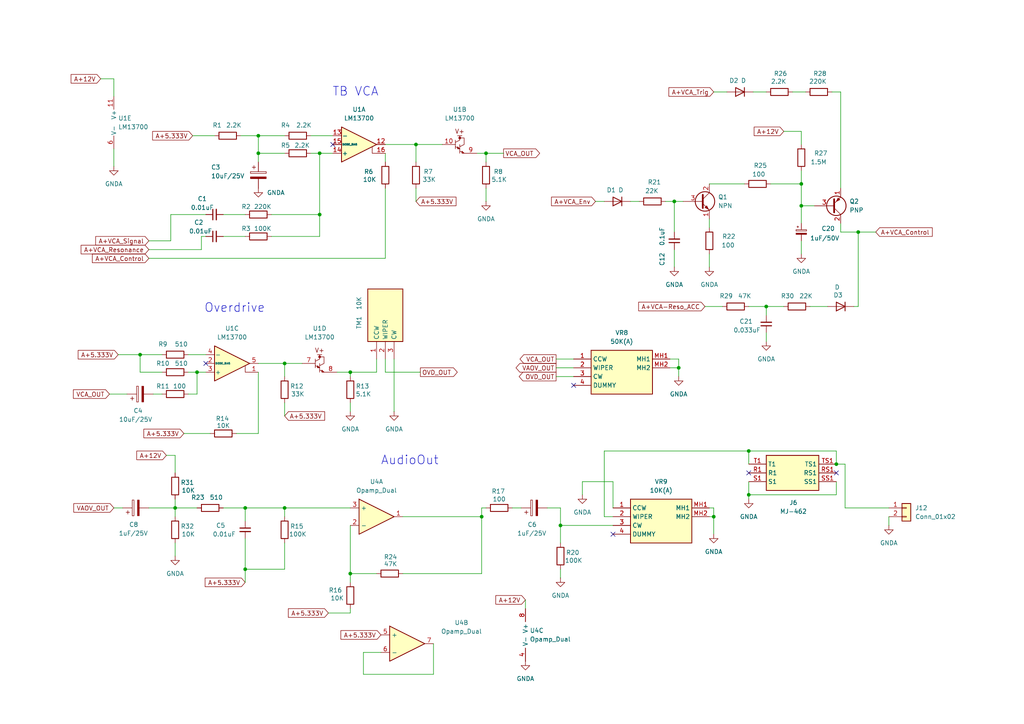
<source format=kicad_sch>
(kicad_sch (version 20231120) (generator "eeschema") (generator_version "8.0")
  (paper "A4")
  (lib_symbols
    (symbol "Amplifier_Operational:LM13700" (pin_names (offset 0.127))
      (property "Reference" "U" (at 3.81 5.08 0))
      (property "Value" "LM13700" (at 5.08 -5.08 0))
      (symbol "LM13700_1_1"
        (polyline (pts (xy 3.81 -0.635) (xy 3.81 -2.54) (xy 5.08 -2.54)))
        (polyline (pts (xy 5.08 0) (xy -5.08 -5.08) (xy -5.08 5.08) (xy 5.08 0)) (stroke (width 0.254)) (fill (type background)))
        (pin output line (at 7.62 0 180) (length 2.54) (name "~") (number "12"))
        (pin input line (at -7.62 2.54 0) (length 2.54) (name "-") (number "13"))
        (pin input line (at -7.62 -2.54 0) (length 2.54) (name "+") (number "14"))
        (pin input line (at -7.62 0 0) (length 2.54) (name "DIODE_BIAS") (number "15"))
        (pin input line (at 7.62 -2.54 180) (length 2.54) (name "~") (number "16"))
      )
      (symbol "LM13700_2_0"
        (polyline (pts (xy -1.905 2.54) (xy -3.175 2.54)))
      )
      (symbol "LM13700_2_1"
        (circle (center -2.54 1.905) (radius 0.254) (stroke (width 0.254)) (fill (type outline)))
        (polyline (pts (xy -3.81 -0.635) (xy -2.54 -1.27)))
        (polyline (pts (xy -3.81 1.27) (xy -3.81 -1.27)))
        (polyline (pts (xy -2.54 -1.905) (xy -1.27 -2.54)))
        (polyline (pts (xy -2.54 0) (xy -2.54 -2.54)))
        (polyline (pts (xy -3.81 0.635) (xy -2.54 1.27) (xy -2.54 1.905) (xy -2.54 2.54)))
        (polyline (pts (xy -2.54 -1.27) (xy -3.175 -0.635) (xy -3.175 -1.27) (xy -2.54 -1.27)) (fill (type outline)))
        (polyline (pts (xy -2.54 -0.635) (xy -1.27 0) (xy -1.27 1.905) (xy -2.54 1.905)))
        (polyline (pts (xy -1.27 -2.54) (xy -1.905 -1.905) (xy -1.905 -2.54) (xy -1.27 -2.54)) (fill (type outline)))
        (text "V+" (at -2.54 3.81 0) (effects (font (size 1.27 1.27))))
        (pin input line (at -7.62 0 0) (length 3.81) (name "~") (number "10"))
        (pin output line (at 2.54 -2.54 180) (length 3.81) (name "~") (number "9"))
      )
      (symbol "LM13700_3_1"
        (polyline (pts (xy 3.81 -0.635) (xy 3.81 -2.54) (xy 5.08 -2.54)))
        (polyline (pts (xy 5.08 0) (xy -5.08 -5.08) (xy -5.08 5.08) (xy 5.08 0)) (stroke (width 0.254)) (fill (type background)))
        (pin input line (at 7.62 -2.54 180) (length 2.54) (name "~") (number "1"))
        (pin input line (at -7.62 0 0) (length 2.54) (name "DIODE_BIAS") (number "2"))
        (pin input line (at -7.62 -2.54 0) (length 2.54) (name "+") (number "3"))
        (pin input line (at -7.62 2.54 0) (length 2.54) (name "-") (number "4"))
        (pin output line (at 7.62 0 180) (length 2.54) (name "~") (number "5"))
      )
      (symbol "LM13700_4_0"
        (polyline (pts (xy -3.175 2.54) (xy -1.905 2.54)))
        (text "V+" (at -2.54 3.81 0) (effects (font (size 1.27 1.27))))
      )
      (symbol "LM13700_4_1"
        (circle (center -2.54 1.905) (radius 0.254) (stroke (width 0.254)) (fill (type outline)))
        (polyline (pts (xy -3.81 -0.635) (xy -2.54 -1.27)))
        (polyline (pts (xy -3.81 1.27) (xy -3.81 -1.27)))
        (polyline (pts (xy -2.54 -1.905) (xy -1.27 -2.54)))
        (polyline (pts (xy -2.54 0) (xy -2.54 -2.54)))
        (polyline (pts (xy -3.81 0.635) (xy -2.54 1.27) (xy -2.54 2.54)))
        (polyline (pts (xy -2.54 -1.27) (xy -3.175 -0.635) (xy -3.175 -1.27) (xy -2.54 -1.27)) (fill (type outline)))
        (polyline (pts (xy -2.54 -0.635) (xy -1.27 0) (xy -1.27 1.905) (xy -2.54 1.905)))
        (polyline (pts (xy -1.27 -2.54) (xy -1.905 -1.905) (xy -1.905 -2.54) (xy -1.27 -2.54)) (fill (type outline)))
        (pin input line (at -7.62 0 0) (length 3.81) (name "~") (number "7"))
        (pin output line (at 2.54 -2.54 180) (length 3.81) (name "~") (number "8"))
      )
      (symbol "LM13700_5_1"
        (pin power_in line (at -2.54 7.62 270) (length 3.81) (name "V+") (number "11"))
        (pin power_in line (at -2.54 -7.62 90) (length 3.81) (name "V-") (number "6"))
      )
    )
    (symbol "Connector_Generic:Conn_01x02" (pin_names (offset 1.016) hide)
      (property "Reference" "J" (at 0 2.54 0))
      (property "Value" "Conn_01x02" (at 0 -5.08 0))
      (symbol "Conn_01x02_1_1"
        (rectangle (start -1.27 -2.413) (end 0 -2.667) (stroke (width 0.1524)))
        (rectangle (start -1.27 0.127) (end 0 -0.127) (stroke (width 0.1524)))
        (rectangle (start -1.27 1.27) (end 1.27 -3.81) (stroke (width 0.254)) (fill (type background)))
        (pin passive line (at -5.08 0 0) (length 3.81) (name "Pin_1") (number "1"))
        (pin passive line (at -5.08 -2.54 0) (length 3.81) (name "Pin_2") (number "2"))
      )
    )
    (symbol "Device:C_Polarized" (pin_numbers hide) (pin_names (offset 0.254))
      (property "Reference" "C" (at 0.635 2.54 0))
      (property "Value" "C_Polarized" (at 0.635 -2.54 0))
      (symbol "C_Polarized_0_1"
        (rectangle (start -2.286 0.508) (end 2.286 1.016))
        (polyline (pts (xy -1.778 2.286) (xy -0.762 2.286)))
        (polyline (pts (xy -1.27 2.794) (xy -1.27 1.778)))
        (rectangle (start 2.286 -0.508) (end -2.286 -1.016) (fill (type outline)))
      )
      (symbol "C_Polarized_1_1"
        (pin passive line (at 0 3.81 270) (length 2.794) (name "~") (number "1"))
        (pin passive line (at 0 -3.81 90) (length 2.794) (name "~") (number "2"))
      )
    )
    (symbol "Device:C_Polarized_Small" (pin_numbers hide) (pin_names (offset 0.254) hide)
      (property "Reference" "C" (at 0.254 1.778 0))
      (property "Value" "C_Polarized_Small" (at 0.254 -2.032 0))
      (symbol "C_Polarized_Small_0_1"
        (rectangle (start -1.524 -0.3048) (end 1.524 -0.6858) (fill (type outline)))
        (rectangle (start -1.524 0.6858) (end 1.524 0.3048))
        (polyline (pts (xy -1.27 1.524) (xy -0.762 1.524)))
        (polyline (pts (xy -1.016 1.27) (xy -1.016 1.778)))
      )
      (symbol "C_Polarized_Small_1_1"
        (pin passive line (at 0 2.54 270) (length 1.8542) (name "~") (number "1"))
        (pin passive line (at 0 -2.54 90) (length 1.8542) (name "~") (number "2"))
      )
    )
    (symbol "Device:C_Small" (pin_numbers hide) (pin_names (offset 0.254) hide)
      (property "Reference" "C" (at 0.254 1.778 0))
      (property "Value" "C_Small" (at 0.254 -2.032 0))
      (symbol "C_Small_0_1"
        (polyline (pts (xy -1.524 -0.508) (xy 1.524 -0.508)) (stroke (width 0.3302)))
        (polyline (pts (xy -1.524 0.508) (xy 1.524 0.508)) (stroke (width 0.3048)))
      )
      (symbol "C_Small_1_1"
        (pin passive line (at 0 2.54 270) (length 2.032) (name "~") (number "1"))
        (pin passive line (at 0 -2.54 90) (length 2.032) (name "~") (number "2"))
      )
    )
    (symbol "Device:D" (pin_numbers hide) (pin_names (offset 1.016) hide)
      (property "Reference" "D" (at 0 2.54 0))
      (property "Value" "D" (at 0 -2.54 0))
      (symbol "D_0_1"
        (polyline (pts (xy -1.27 1.27) (xy -1.27 -1.27)) (stroke (width 0.254)))
        (polyline (pts (xy 1.27 0) (xy -1.27 0)))
        (polyline (pts (xy 1.27 1.27) (xy 1.27 -1.27) (xy -1.27 0) (xy 1.27 1.27)) (stroke (width 0.254)))
      )
      (symbol "D_1_1"
        (pin passive line (at -3.81 0 0) (length 2.54) (name "K") (number "1"))
        (pin passive line (at 3.81 0 180) (length 2.54) (name "A") (number "2"))
      )
    )
    (symbol "Device:Opamp_Dual"
      (property "Reference" "U" (at 0 5.08 0))
      (property "Value" "Opamp_Dual" (at 0 -5.08 0))
      (symbol "Opamp_Dual_1_1"
        (polyline (pts (xy -5.08 5.08) (xy 5.08 0) (xy -5.08 -5.08) (xy -5.08 5.08)) (stroke (width 0.254)) (fill (type background)))
        (pin output line (at 7.62 0 180) (length 2.54) (name "~") (number "1"))
        (pin input line (at -7.62 -2.54 0) (length 2.54) (name "-") (number "2"))
        (pin input line (at -7.62 2.54 0) (length 2.54) (name "+") (number "3"))
      )
      (symbol "Opamp_Dual_2_1"
        (polyline (pts (xy -5.08 5.08) (xy 5.08 0) (xy -5.08 -5.08) (xy -5.08 5.08)) (stroke (width 0.254)) (fill (type background)))
        (pin input line (at -7.62 2.54 0) (length 2.54) (name "+") (number "5"))
        (pin input line (at -7.62 -2.54 0) (length 2.54) (name "-") (number "6"))
        (pin output line (at 7.62 0 180) (length 2.54) (name "~") (number "7"))
      )
      (symbol "Opamp_Dual_3_1"
        (pin power_in line (at -2.54 -7.62 90) (length 3.81) (name "V-") (number "4"))
        (pin power_in line (at -2.54 7.62 270) (length 3.81) (name "V+") (number "8"))
      )
    )
    (symbol "Device:Q_NPN_ECB" (pin_names (offset 0) hide)
      (property "Reference" "Q" (at 5.08 1.27 0))
      (property "Value" "Q_NPN_ECB" (at 5.08 -1.27 0))
      (symbol "Q_NPN_ECB_0_1"
        (polyline (pts (xy 0.635 0.635) (xy 2.54 2.54)))
        (polyline (pts (xy 0.635 -0.635) (xy 2.54 -2.54) (xy 2.54 -2.54)))
        (polyline (pts (xy 0.635 1.905) (xy 0.635 -1.905) (xy 0.635 -1.905)) (stroke (width 0.508)))
        (polyline (pts (xy 1.27 -1.778) (xy 1.778 -1.27) (xy 2.286 -2.286) (xy 1.27 -1.778) (xy 1.27 -1.778)) (fill (type outline)))
        (circle (center 1.27 0) (radius 2.8194) (stroke (width 0.254)))
      )
      (symbol "Q_NPN_ECB_1_1"
        (pin passive line (at 2.54 -5.08 90) (length 2.54) (name "E") (number "1"))
        (pin passive line (at 2.54 5.08 270) (length 2.54) (name "C") (number "2"))
        (pin passive line (at -5.08 0 0) (length 5.715) (name "B") (number "3"))
      )
    )
    (symbol "Device:Q_PNP_ECB" (pin_names (offset 0) hide)
      (property "Reference" "Q" (at 5.08 1.27 0))
      (property "Value" "Q_PNP_ECB" (at 5.08 -1.27 0))
      (symbol "Q_PNP_ECB_0_1"
        (polyline (pts (xy 0.635 0.635) (xy 2.54 2.54)))
        (polyline (pts (xy 0.635 -0.635) (xy 2.54 -2.54) (xy 2.54 -2.54)))
        (polyline (pts (xy 0.635 1.905) (xy 0.635 -1.905) (xy 0.635 -1.905)) (stroke (width 0.508)))
        (polyline (pts (xy 2.286 -1.778) (xy 1.778 -2.286) (xy 1.27 -1.27) (xy 2.286 -1.778) (xy 2.286 -1.778)) (fill (type outline)))
        (circle (center 1.27 0) (radius 2.8194) (stroke (width 0.254)))
      )
      (symbol "Q_PNP_ECB_1_1"
        (pin passive line (at 2.54 -5.08 90) (length 2.54) (name "E") (number "1"))
        (pin passive line (at 2.54 5.08 270) (length 2.54) (name "C") (number "2"))
        (pin input line (at -5.08 0 0) (length 5.715) (name "B") (number "3"))
      )
    )
    (symbol "Device:R" (pin_numbers hide) (pin_names (offset 0))
      (property "Reference" "R" (at 2.032 0 90))
      (property "Value" "R" (at 0 0 90))
      (symbol "R_0_1"
        (rectangle (start -1.016 -2.54) (end 1.016 2.54) (stroke (width 0.254)))
      )
      (symbol "R_1_1"
        (pin passive line (at 0 3.81 270) (length 1.27) (name "~") (number "1"))
        (pin passive line (at 0 -3.81 90) (length 1.27) (name "~") (number "2"))
      )
    )
    (symbol "SamacSys_Parts:3296W-1-502A"
      (property "Reference" "VR" (at 21.59 7.62 0))
      (property "Value" "3296W-1-502A" (at 21.59 5.08 0))
      (symbol "3296W-1-502A_1_1"
        (rectangle (start 5.08 2.54) (end 20.32 -7.62) (stroke (width 0.254)) (fill (type background)))
        (pin passive line (at 0 -5.08 0) (length 5.08) (name "CCW") (number "1"))
        (pin passive line (at 0 -2.54 0) (length 5.08) (name "WIPER") (number "2"))
        (pin passive line (at 0 0 0) (length 5.08) (name "CW") (number "3"))
      )
    )
    (symbol "SamacSys_Parts:MJ-462"
      (property "Reference" "J" (at 21.59 7.62 0))
      (property "Value" "MJ-462" (at 21.59 5.08 0))
      (symbol "MJ-462_1_1"
        (rectangle (start 5.08 2.54) (end 20.32 -7.62) (stroke (width 0.254)) (fill (type background)))
        (pin passive line (at 0 -2.54 0) (length 5.08) (name "R1") (number "R1"))
        (pin passive line (at 25.4 -2.54 180) (length 5.08) (name "RS1") (number "RS1"))
        (pin passive line (at 0 -5.08 0) (length 5.08) (name "S1") (number "S1"))
        (pin passive line (at 25.4 -5.08 180) (length 5.08) (name "SS1") (number "SS1"))
        (pin passive line (at 0 0 0) (length 5.08) (name "T1") (number "T1"))
        (pin passive line (at 25.4 0 180) (length 5.08) (name "TS1") (number "TS1"))
      )
    )
    (symbol "SamacSys_Parts:PTV111-3420A-A103"
      (property "Reference" "VR" (at 24.13 7.62 0))
      (property "Value" "PTV111-3420A-A103" (at 24.13 5.08 0))
      (symbol "PTV111-3420A-A103_1_1"
        (rectangle (start 5.08 2.54) (end 22.86 -10.16) (stroke (width 0.254)) (fill (type background)))
        (pin passive line (at 0 0 0) (length 5.08) (name "CCW") (number "1"))
        (pin passive line (at 0 -2.54 0) (length 5.08) (name "WIPER") (number "2"))
        (pin passive line (at 0 -5.08 0) (length 5.08) (name "CW") (number "3"))
        (pin passive line (at 0 -7.62 0) (length 5.08) (name "DUMMY") (number "4"))
        (pin passive line (at 27.94 0 180) (length 5.08) (name "MH1") (number "MH1"))
        (pin passive line (at 27.94 -2.54 180) (length 5.08) (name "MH2") (number "MH2"))
      )
    )
    (symbol "power:GNDA" (power) (pin_numbers hide) (pin_names (offset 0) hide)
      (property "Value" "GNDA" (at 0 -3.81 0))
      (symbol "GNDA_0_1"
        (polyline (pts (xy 0 0) (xy 0 -1.27) (xy 1.27 -1.27) (xy 0 -2.54) (xy -1.27 -1.27) (xy 0 -1.27)))
      )
      (symbol "GNDA_1_1"
        (pin power_in line (at 0 0 270) (length 0) (name "~") (number "1"))
      )
    )
  )
  (junction (at 101.6 166.37))
  (junction (at 217.17 143.51))
  (junction (at 140.97 44.45))
  (junction (at 71.12 147.32))
  (junction (at 196.85 106.68))
  (junction (at 242.57 134.62))
  (junction (at 139.7 149.86))
  (junction (at 71.12 165.1))
  (junction (at 92.71 44.45))
  (junction (at 232.41 59.69))
  (junction (at 74.93 39.37))
  (junction (at 50.8 147.32))
  (junction (at 195.58 58.42))
  (junction (at 74.93 44.45))
  (junction (at 207.01 149.86))
  (junction (at 92.71 62.23))
  (junction (at 232.41 53.34))
  (junction (at 40.64 102.87))
  (junction (at 217.17 130.81))
  (junction (at 162.56 152.4))
  (junction (at 101.6 107.95))
  (junction (at 57.15 107.95))
  (junction (at 82.55 147.32))
  (junction (at 248.92 67.31))
  (junction (at 222.25 88.9))
  (junction (at 120.65 41.91))
  (junction (at 82.55 105.41))
  (no_connect (at 217.17 137.16))
  (no_connect (at 96.52 41.91))
  (no_connect (at 177.8 154.94))
  (no_connect (at 242.57 137.16))
  (no_connect (at 166.37 111.76))
  (no_connect (at 59.69 105.41))
  (wire (pts (xy 43.18 147.32) (xy 50.8 147.32)))
  (wire (pts (xy 50.8 137.16) (xy 50.8 132.08)))
  (wire (pts (xy 140.97 44.45) (xy 140.97 46.99)))
  (wire (pts (xy 82.55 116.84) (xy 82.55 120.65)))
  (wire (pts (xy 217.17 143.51) (xy 242.57 143.51)))
  (wire (pts (xy 109.22 166.37) (xy 101.6 166.37)))
  (wire (pts (xy 205.74 147.32) (xy 207.01 147.32)))
  (wire (pts (xy 64.77 147.32) (xy 71.12 147.32)))
  (wire (pts (xy 68.58 125.73) (xy 74.93 125.73)))
  (wire (pts (xy 243.84 67.31) (xy 248.92 67.31)))
  (wire (pts (xy 120.65 41.91) (xy 120.65 46.99)))
  (wire (pts (xy 217.17 130.81) (xy 217.17 134.62)))
  (wire (pts (xy 101.6 177.8) (xy 101.6 176.53)))
  (wire (pts (xy 217.17 88.9) (xy 222.25 88.9)))
  (wire (pts (xy 58.42 68.58) (xy 59.69 68.58)))
  (wire (pts (xy 162.56 152.4) (xy 162.56 157.48)))
  (wire (pts (xy 111.76 104.14) (xy 111.76 107.95)))
  (wire (pts (xy 194.31 104.14) (xy 196.85 104.14)))
  (wire (pts (xy 49.53 62.23) (xy 59.69 62.23)))
  (wire (pts (xy 182.88 58.42) (xy 185.42 58.42)))
  (wire (pts (xy 162.56 147.32) (xy 162.56 152.4)))
  (wire (pts (xy 148.59 147.32) (xy 151.13 147.32)))
  (wire (pts (xy 248.92 67.31) (xy 254 67.31)))
  (wire (pts (xy 116.84 149.86) (xy 139.7 149.86)))
  (wire (pts (xy 139.7 166.37) (xy 139.7 149.86)))
  (wire (pts (xy 101.6 152.4) (xy 101.6 166.37)))
  (wire (pts (xy 195.58 58.42) (xy 198.12 58.42)))
  (wire (pts (xy 139.7 147.32) (xy 140.97 147.32)))
  (wire (pts (xy 223.52 53.34) (xy 232.41 53.34)))
  (wire (pts (xy 71.12 147.32) (xy 82.55 147.32)))
  (wire (pts (xy 245.11 147.32) (xy 257.81 147.32)))
  (wire (pts (xy 232.41 53.34) (xy 232.41 49.53)))
  (wire (pts (xy 111.76 44.45) (xy 111.76 46.99)))
  (wire (pts (xy 43.18 69.85) (xy 49.53 69.85)))
  (wire (pts (xy 217.17 143.51) (xy 217.17 144.78)))
  (wire (pts (xy 205.74 73.66) (xy 205.74 77.47)))
  (wire (pts (xy 207.01 147.32) (xy 207.01 149.86)))
  (wire (pts (xy 232.41 69.85) (xy 232.41 73.66)))
  (wire (pts (xy 82.55 147.32) (xy 82.55 149.86)))
  (wire (pts (xy 111.76 74.93) (xy 111.76 54.61)))
  (wire (pts (xy 205.74 63.5) (xy 205.74 66.04)))
  (wire (pts (xy 90.17 44.45) (xy 92.71 44.45)))
  (wire (pts (xy 82.55 165.1) (xy 71.12 165.1)))
  (wire (pts (xy 196.85 106.68) (xy 196.85 109.22)))
  (wire (pts (xy 54.61 114.3) (xy 57.15 114.3)))
  (wire (pts (xy 44.45 114.3) (xy 46.99 114.3)))
  (wire (pts (xy 50.8 147.32) (xy 50.8 149.86)))
  (wire (pts (xy 177.8 139.7) (xy 168.91 139.7)))
  (wire (pts (xy 62.23 39.37) (xy 55.88 39.37)))
  (wire (pts (xy 241.3 26.67) (xy 243.84 26.67)))
  (wire (pts (xy 82.55 44.45) (xy 74.93 44.45)))
  (wire (pts (xy 71.12 156.21) (xy 71.12 165.1)))
  (wire (pts (xy 152.4 173.99) (xy 152.4 176.53)))
  (wire (pts (xy 95.25 177.8) (xy 101.6 177.8)))
  (wire (pts (xy 33.02 43.18) (xy 33.02 48.26)))
  (wire (pts (xy 92.71 62.23) (xy 92.71 68.58)))
  (wire (pts (xy 234.95 88.9) (xy 240.03 88.9)))
  (wire (pts (xy 222.25 88.9) (xy 222.25 91.44)))
  (wire (pts (xy 245.11 134.62) (xy 242.57 134.62)))
  (wire (pts (xy 64.77 62.23) (xy 71.12 62.23)))
  (wire (pts (xy 97.79 107.95) (xy 101.6 107.95)))
  (wire (pts (xy 195.58 67.31) (xy 195.58 58.42)))
  (wire (pts (xy 82.55 109.22) (xy 82.55 105.41)))
  (wire (pts (xy 242.57 143.51) (xy 242.57 139.7)))
  (wire (pts (xy 204.47 88.9) (xy 209.55 88.9)))
  (wire (pts (xy 162.56 147.32) (xy 158.75 147.32)))
  (wire (pts (xy 40.64 107.95) (xy 40.64 102.87)))
  (wire (pts (xy 92.71 62.23) (xy 92.71 44.45)))
  (wire (pts (xy 140.97 54.61) (xy 140.97 58.42)))
  (wire (pts (xy 101.6 109.22) (xy 101.6 107.95)))
  (wire (pts (xy 222.25 88.9) (xy 227.33 88.9)))
  (wire (pts (xy 57.15 114.3) (xy 57.15 107.95)))
  (wire (pts (xy 245.11 147.32) (xy 245.11 134.62)))
  (wire (pts (xy 78.74 62.23) (xy 92.71 62.23)))
  (wire (pts (xy 125.73 186.69) (xy 125.73 195.58)))
  (wire (pts (xy 74.93 44.45) (xy 74.93 46.99)))
  (wire (pts (xy 50.8 157.48) (xy 50.8 161.29)))
  (wire (pts (xy 114.3 104.14) (xy 114.3 119.38)))
  (wire (pts (xy 161.29 106.68) (xy 166.37 106.68)))
  (wire (pts (xy 227.33 38.1) (xy 232.41 38.1)))
  (wire (pts (xy 140.97 44.45) (xy 146.05 44.45)))
  (wire (pts (xy 193.04 58.42) (xy 195.58 58.42)))
  (wire (pts (xy 232.41 38.1) (xy 232.41 41.91)))
  (wire (pts (xy 111.76 107.95) (xy 121.92 107.95)))
  (wire (pts (xy 90.17 39.37) (xy 96.52 39.37)))
  (wire (pts (xy 74.93 39.37) (xy 82.55 39.37)))
  (wire (pts (xy 111.76 41.91) (xy 120.65 41.91)))
  (wire (pts (xy 243.84 64.77) (xy 243.84 67.31)))
  (wire (pts (xy 58.42 72.39) (xy 43.18 72.39)))
  (wire (pts (xy 248.92 67.31) (xy 248.92 88.9)))
  (wire (pts (xy 74.93 125.73) (xy 74.93 107.95)))
  (wire (pts (xy 232.41 59.69) (xy 232.41 64.77)))
  (wire (pts (xy 49.53 69.85) (xy 49.53 62.23)))
  (wire (pts (xy 29.21 22.86) (xy 33.02 22.86)))
  (wire (pts (xy 50.8 147.32) (xy 57.15 147.32)))
  (wire (pts (xy 33.02 147.32) (xy 35.56 147.32)))
  (wire (pts (xy 217.17 139.7) (xy 217.17 143.51)))
  (wire (pts (xy 105.41 189.23) (xy 105.41 195.58)))
  (wire (pts (xy 120.65 41.91) (xy 128.27 41.91)))
  (wire (pts (xy 222.25 96.52) (xy 222.25 99.06)))
  (wire (pts (xy 175.26 149.86) (xy 175.26 130.81)))
  (wire (pts (xy 64.77 68.58) (xy 71.12 68.58)))
  (wire (pts (xy 40.64 102.87) (xy 46.99 102.87)))
  (wire (pts (xy 162.56 152.4) (xy 177.8 152.4)))
  (wire (pts (xy 78.74 68.58) (xy 92.71 68.58)))
  (wire (pts (xy 116.84 166.37) (xy 139.7 166.37)))
  (wire (pts (xy 74.93 105.41) (xy 82.55 105.41)))
  (wire (pts (xy 232.41 53.34) (xy 232.41 59.69)))
  (wire (pts (xy 232.41 59.69) (xy 236.22 59.69)))
  (wire (pts (xy 229.87 26.67) (xy 233.68 26.67)))
  (wire (pts (xy 218.44 26.67) (xy 222.25 26.67)))
  (wire (pts (xy 82.55 147.32) (xy 101.6 147.32)))
  (wire (pts (xy 57.15 107.95) (xy 59.69 107.95)))
  (wire (pts (xy 50.8 132.08) (xy 48.26 132.08)))
  (wire (pts (xy 120.65 54.61) (xy 120.65 58.42)))
  (wire (pts (xy 242.57 134.62) (xy 242.57 130.81)))
  (wire (pts (xy 33.02 22.86) (xy 33.02 27.94)))
  (wire (pts (xy 161.29 104.14) (xy 166.37 104.14)))
  (wire (pts (xy 217.17 130.81) (xy 242.57 130.81)))
  (wire (pts (xy 172.72 58.42) (xy 175.26 58.42)))
  (wire (pts (xy 109.22 104.14) (xy 109.22 107.95)))
  (wire (pts (xy 69.85 39.37) (xy 74.93 39.37)))
  (wire (pts (xy 46.99 107.95) (xy 40.64 107.95)))
  (wire (pts (xy 58.42 68.58) (xy 58.42 72.39)))
  (wire (pts (xy 205.74 149.86) (xy 207.01 149.86)))
  (wire (pts (xy 177.8 147.32) (xy 177.8 139.7)))
  (wire (pts (xy 177.8 149.86) (xy 175.26 149.86)))
  (wire (pts (xy 162.56 165.1) (xy 162.56 167.64)))
  (wire (pts (xy 54.61 102.87) (xy 59.69 102.87)))
  (wire (pts (xy 105.41 195.58) (xy 125.73 195.58)))
  (wire (pts (xy 175.26 130.81) (xy 217.17 130.81)))
  (wire (pts (xy 31.75 114.3) (xy 36.83 114.3)))
  (wire (pts (xy 71.12 147.32) (xy 71.12 151.13)))
  (wire (pts (xy 92.71 44.45) (xy 96.52 44.45)))
  (wire (pts (xy 194.31 106.68) (xy 196.85 106.68)))
  (wire (pts (xy 139.7 149.86) (xy 139.7 147.32)))
  (wire (pts (xy 43.18 74.93) (xy 111.76 74.93)))
  (wire (pts (xy 54.61 107.95) (xy 57.15 107.95)))
  (wire (pts (xy 82.55 157.48) (xy 82.55 165.1)))
  (wire (pts (xy 101.6 116.84) (xy 101.6 119.38)))
  (wire (pts (xy 50.8 144.78) (xy 50.8 147.32)))
  (wire (pts (xy 257.81 149.86) (xy 257.81 152.4)))
  (wire (pts (xy 101.6 166.37) (xy 101.6 168.91)))
  (wire (pts (xy 110.49 189.23) (xy 105.41 189.23)))
  (wire (pts (xy 138.43 44.45) (xy 140.97 44.45)))
  (wire (pts (xy 215.9 53.34) (xy 205.74 53.34)))
  (wire (pts (xy 243.84 26.67) (xy 243.84 54.61)))
  (wire (pts (xy 101.6 107.95) (xy 109.22 107.95)))
  (wire (pts (xy 74.93 44.45) (xy 74.93 39.37)))
  (wire (pts (xy 168.91 139.7) (xy 168.91 143.51)))
  (wire (pts (xy 195.58 72.39) (xy 195.58 77.47)))
  (wire (pts (xy 207.01 149.86) (xy 207.01 154.94)))
  (wire (pts (xy 196.85 104.14) (xy 196.85 106.68)))
  (wire (pts (xy 82.55 105.41) (xy 87.63 105.41)))
  (wire (pts (xy 71.12 165.1) (xy 71.12 168.91)))
  (wire (pts (xy 207.01 26.67) (xy 210.82 26.67)))
  (wire (pts (xy 53.34 125.73) (xy 60.96 125.73)))
  (wire (pts (xy 247.65 88.9) (xy 248.92 88.9)))
  (wire (pts (xy 34.29 102.87) (xy 40.64 102.87)))
  (wire (pts (xy 161.29 109.22) (xy 166.37 109.22)))
  (text "AudioOut" (at 118.872 133.604 0) (effects (font (size 2.54 2.54))))
  (text "Overdrive" (at 68.072 89.408 0) (effects (font (size 2.54 2.54))))
  (text "TB VCA" (at 103.124 26.67 0) (effects (font (size 2.54 2.54))))
  (global_label "A+5.333V" (shape input) (at 53.34 125.73 180) (property "Intersheetrefs" "${INTERSHEET_REFS}" (effects (hide yes))))
  (global_label "OVD_OUT" (shape output) (at 161.29 109.22 180) (property "Intersheetrefs" "${INTERSHEET_REFS}" (effects (hide yes))))
  (global_label "VAOV_OUT" (shape input) (at 33.02 147.32 180) (property "Intersheetrefs" "${INTERSHEET_REFS}" (effects (hide yes))))
  (global_label "VCA_OUT" (shape output) (at 146.05 44.45 0) (property "Intersheetrefs" "${INTERSHEET_REFS}" (effects (hide yes))))
  (global_label "A+5.333V" (shape input) (at 95.25 177.8 180) (property "Intersheetrefs" "${INTERSHEET_REFS}" (effects (hide yes))))
  (global_label "A+VCA-Reso_ACC" (shape input) (at 204.47 88.9 180) (property "Intersheetrefs" "${INTERSHEET_REFS}" (effects (hide yes))))
  (global_label "A+VCA_Control" (shape input) (at 254 67.31 0) (property "Intersheetrefs" "${INTERSHEET_REFS}" (effects (hide yes))))
  (global_label "A+5.333V" (shape input) (at 120.65 58.42 0) (property "Intersheetrefs" "${INTERSHEET_REFS}" (effects (hide yes))))
  (global_label "A+5.333V" (shape input) (at 34.29 102.87 180) (property "Intersheetrefs" "${INTERSHEET_REFS}" (effects (hide yes))))
  (global_label "VCA_OUT" (shape input) (at 31.75 114.3 180) (property "Intersheetrefs" "${INTERSHEET_REFS}" (effects (hide yes))))
  (global_label "A+VCA_Env" (shape input) (at 172.72 58.42 180) (property "Intersheetrefs" "${INTERSHEET_REFS}" (effects (hide yes))))
  (global_label "A+12V" (shape input) (at 29.21 22.86 180) (property "Intersheetrefs" "${INTERSHEET_REFS}" (effects (hide yes))))
  (global_label "A+5.333V" (shape input) (at 55.88 39.37 180) (property "Intersheetrefs" "${INTERSHEET_REFS}" (effects (hide yes))))
  (global_label "VCA_OUT" (shape output) (at 161.29 104.14 180) (property "Intersheetrefs" "${INTERSHEET_REFS}" (effects (hide yes))))
  (global_label "A+12V" (shape input) (at 152.4 173.99 180) (property "Intersheetrefs" "${INTERSHEET_REFS}" (effects (hide yes))))
  (global_label "A+VCA_Control" (shape input) (at 43.18 74.93 180) (property "Intersheetrefs" "${INTERSHEET_REFS}" (effects (hide yes))))
  (global_label "A+5.333V" (shape input) (at 82.55 120.65 0) (property "Intersheetrefs" "${INTERSHEET_REFS}" (effects (hide yes))))
  (global_label "A+VCA_Trig" (shape input) (at 207.01 26.67 180) (property "Intersheetrefs" "${INTERSHEET_REFS}" (effects (hide yes))))
  (global_label "A+5.333V" (shape input) (at 110.49 184.15 180) (property "Intersheetrefs" "${INTERSHEET_REFS}" (effects (hide yes))))
  (global_label "OVD_OUT" (shape output) (at 121.92 107.95 0) (property "Intersheetrefs" "${INTERSHEET_REFS}" (effects (hide yes))))
  (global_label "A+12V" (shape input) (at 48.26 132.08 180) (property "Intersheetrefs" "${INTERSHEET_REFS}" (effects (hide yes))))
  (global_label "VAOV_OUT" (shape output) (at 161.29 106.68 180) (property "Intersheetrefs" "${INTERSHEET_REFS}" (effects (hide yes))))
  (global_label "A+12V" (shape input) (at 227.33 38.1 180) (property "Intersheetrefs" "${INTERSHEET_REFS}" (effects (hide yes))))
  (global_label "A+VCA_Resonance" (shape input) (at 43.18 72.39 180) (property "Intersheetrefs" "${INTERSHEET_REFS}" (effects (hide yes))))
  (global_label "A+VCA_Signal" (shape input) (at 43.18 69.85 180) (property "Intersheetrefs" "${INTERSHEET_REFS}" (effects (hide yes))))
  (global_label "A+5.333V" (shape input) (at 71.12 168.91 180) (property "Intersheetrefs" "${INTERSHEET_REFS}" (effects (hide yes))))
  (symbol (lib_id "Device:Opamp_Dual") (at 118.11 186.69 0) (unit 2)
    (property "Reference" "U4" (at 133.858 180.594 0))
    (property "Value" "Opamp_Dual" (at 133.858 183.134 0))
    (property "Footprint" "Package_DIP:DIP-8_W7.62mm_LongPads" (effects (hide yes)))
    (property "Description" "Dual operational amplifier" (effects (hide yes)))
    (property "Sim.Library" "${KICAD7_SYMBOL_DIR}/Simulation_SPICE.sp" (effects (hide yes)))
    (property "Sim.Name" "kicad_builtin_opamp_dual" (effects (hide yes)))
    (property "Sim.Device" "SUBCKT" (effects (hide yes)))
    (property "Sim.Pins" "1=out1 2=in1- 3=in1+ 4=vee 5=in2+ 6=in2- 7=out2 8=vcc" (effects (hide yes)))
  )
  (symbol (lib_id "power:GNDA") (at 50.8 161.29 0) (unit 1)
    (property "Reference" "#PWR054" (effects (hide yes)))
    (property "Value" "GNDA" (at 50.8 166.37 0))
    (property "Description" "Power symbol creates a global label with name \"GNDA\" , analog ground" (effects (hide yes)))
  )
  (symbol (lib_id "Device:C_Polarized") (at 39.37 147.32 90) (unit 1)
    (property "Reference" "C8" (at 40.132 152.146 90) (effects (justify left)))
    (property "Value" "1uF/25V" (at 42.926 154.686 90) (effects (justify left)))
    (property "Footprint" "Capacitor_THT:CP_Radial_D5.0mm_P2.50mm" (effects (hide yes)))
    (property "Description" "Polarized capacitor" (effects (hide yes)))
  )
  (symbol (lib_id "Amplifier_Operational:LM13700") (at 135.89 41.91 0) (unit 2)
    (property "Reference" "U1" (at 133.35 31.75 0))
    (property "Value" "LM13700" (at 133.35 34.29 0))
    (property "Footprint" "Package_DIP:DIP-16_W7.62mm_Socket_LongPads" (effects (hide yes)))
    (property "Datasheet" "http://www.ti.com/lit/ds/symlink/lm13700.pdf" (effects (hide yes)))
    (property "Description" "Dual Operational Transconductance Amplifiers with Linearizing Diodes and Buffers, DIP-16/SOIC-16" (effects (hide yes)))
  )
  (symbol (lib_id "Device:C_Small") (at 71.12 153.67 0) (unit 1)
    (property "Reference" "C5" (at 64.008 152.4063 0))
    (property "Value" "0.01uF" (at 65.024 154.94 0))
    (property "Footprint" "Capacitor_THT:C_Rect_L7.2mm_W2.5mm_P5.00mm_FKS2_FKP2_MKS2_MKP2" (effects (hide yes)))
    (property "Description" "Unpolarized capacitor, small symbol" (effects (hide yes)))
  )
  (symbol (lib_id "Device:R") (at 226.06 26.67 270) (unit 1)
    (property "Reference" "R26" (at 228.346 21.336 90) (effects (justify right)))
    (property "Value" "2.2K" (at 228.092 23.622 90) (effects (justify right)))
    (property "Footprint" "Resistor_THT:R_Axial_DIN0207_L6.3mm_D2.5mm_P2.54mm_Vertical" (effects (hide yes)))
    (property "Description" "Resistor" (effects (hide yes)))
  )
  (symbol (lib_id "Device:R") (at 50.8 140.97 180) (unit 1)
    (property "Reference" "R31" (at 54.356 139.954 0))
    (property "Value" "10K" (at 54.61 142.24 0))
    (property "Footprint" "Resistor_THT:R_Axial_DIN0207_L6.3mm_D2.5mm_P2.54mm_Vertical" (effects (hide yes)))
    (property "Description" "Resistor" (effects (hide yes)))
  )
  (symbol (lib_id "Device:R") (at 50.8 102.87 90) (unit 1)
    (property "Reference" "R9" (at 47.244 99.822 90))
    (property "Value" "510" (at 52.578 99.822 90))
    (property "Footprint" "Resistor_THT:R_Axial_DIN0207_L6.3mm_D2.5mm_P2.54mm_Vertical" (effects (hide yes)))
    (property "Description" "Resistor" (effects (hide yes)))
  )
  (symbol (lib_id "Device:R") (at 237.49 26.67 270) (unit 1)
    (property "Reference" "R28" (at 239.776 21.336 90) (effects (justify right)))
    (property "Value" "220K" (at 239.776 23.622 90) (effects (justify right)))
    (property "Footprint" "Resistor_THT:R_Axial_DIN0207_L6.3mm_D2.5mm_P2.54mm_Vertical" (effects (hide yes)))
    (property "Description" "Resistor" (effects (hide yes)))
  )
  (symbol (lib_id "power:GNDA") (at 162.56 167.64 0) (unit 1)
    (property "Reference" "#PWR024" (effects (hide yes)))
    (property "Value" "GNDA" (at 162.56 172.72 0))
    (property "Description" "Power symbol creates a global label with name \"GNDA\" , analog ground" (effects (hide yes)))
  )
  (symbol (lib_id "Device:C_Small") (at 222.25 93.98 180) (unit 1)
    (property "Reference" "C21" (at 216.408 93.218 0))
    (property "Value" "0.033uF" (at 216.662 95.758 0))
    (property "Footprint" "Capacitor_THT:C_Rect_L7.2mm_W2.5mm_P5.00mm_FKS2_FKP2_MKS2_MKP2" (effects (hide yes)))
    (property "Description" "Unpolarized capacitor, small symbol" (effects (hide yes)))
  )
  (symbol (lib_id "Amplifier_Operational:LM13700") (at 104.14 41.91 0) (unit 1)
    (property "Reference" "U1" (at 104.14 31.75 0))
    (property "Value" "LM13700" (at 104.14 34.29 0))
    (property "Footprint" "Package_DIP:DIP-16_W7.62mm_Socket_LongPads" (effects (hide yes)))
    (property "Datasheet" "http://www.ti.com/lit/ds/symlink/lm13700.pdf" (effects (hide yes)))
    (property "Description" "Dual Operational Transconductance Amplifiers with Linearizing Diodes and Buffers, DIP-16/SOIC-16" (effects (hide yes)))
  )
  (symbol (lib_id "Device:R") (at 74.93 68.58 90) (unit 1)
    (property "Reference" "R3" (at 71.374 66.294 90))
    (property "Value" "100K" (at 76.2 66.294 90))
    (property "Footprint" "Resistor_THT:R_Axial_DIN0207_L6.3mm_D2.5mm_P2.54mm_Vertical" (effects (hide yes)))
    (property "Description" "Resistor" (effects (hide yes)))
  )
  (symbol (lib_id "Device:R") (at 74.93 62.23 90) (unit 1)
    (property "Reference" "R2" (at 71.374 59.944 90))
    (property "Value" "220K" (at 76.2 59.944 90))
    (property "Footprint" "Resistor_THT:R_Axial_DIN0207_L6.3mm_D2.5mm_P2.54mm_Vertical" (effects (hide yes)))
    (property "Description" "Resistor" (effects (hide yes)))
  )
  (symbol (lib_id "Device:C_Polarized_Small") (at 232.41 67.31 0) (unit 1)
    (property "Reference" "C20" (at 238.252 66.294 0) (effects (justify left)))
    (property "Value" "1uF/50V" (at 234.95 69.088 0) (effects (justify left)))
    (property "Footprint" "Capacitor_THT:CP_Radial_D5.0mm_P2.00mm" (effects (hide yes)))
    (property "Description" "Polarized capacitor, small symbol" (effects (hide yes)))
  )
  (symbol (lib_id "Device:R") (at 144.78 147.32 90) (unit 1)
    (property "Reference" "R17" (at 144.526 142.494 90))
    (property "Value" "100" (at 144.78 144.78 90))
    (property "Footprint" "Resistor_THT:R_Axial_DIN0207_L6.3mm_D2.5mm_P2.54mm_Vertical" (effects (hide yes)))
    (property "Description" "Resistor" (effects (hide yes)))
  )
  (symbol (lib_id "Device:R") (at 113.03 166.37 90) (unit 1)
    (property "Reference" "R24" (at 113.284 161.544 90))
    (property "Value" "47K" (at 113.284 163.576 90))
    (property "Footprint" "Resistor_THT:R_Axial_DIN0207_L6.3mm_D2.5mm_P2.54mm_Vertical" (effects (hide yes)))
    (property "Description" "Resistor" (effects (hide yes)))
  )
  (symbol (lib_id "Device:Q_PNP_ECB") (at 241.3 59.69 0) (mirror x) (unit 1)
    (property "Reference" "Q2" (at 246.38 58.4199 0) (effects (justify left)))
    (property "Value" "PNP" (at 246.38 60.9599 0) (effects (justify left)))
    (property "Footprint" "Package_TO_SOT_THT:TO-92_HandSolder" (effects (hide yes)))
    (property "Description" "PNP transistor, emitter/collector/base" (effects (hide yes)))
  )
  (symbol (lib_id "power:GNDA") (at 33.02 48.26 0) (unit 1)
    (property "Reference" "#PWR048" (effects (hide yes)))
    (property "Value" "GNDA" (at 33.02 53.34 0))
    (property "Description" "Power symbol creates a global label with name \"GNDA\" , analog ground" (effects (hide yes)))
  )
  (symbol (lib_id "SamacSys_Parts:PTV111-3420A-A103") (at 177.8 147.32 0) (unit 1)
    (property "Reference" "VR9" (at 191.77 139.7 0))
    (property "Value" "10K(A)" (at 191.77 142.24 0))
    (property "Footprint" "SamacSys_Parts:PTV1113420AA103" (effects (hide yes)))
    (property "Datasheet" "https://www.bourns.com/docs/Product-Datasheets/PTVPTT.pdf" (effects (hide yes)))
    (property "Description" "Potentiometers PANEL CONTROL" (effects (hide yes)))
    (property "Height" "27.5" (effects (hide yes)))
    (property "Manufacturer_Name" "Bourns" (effects (hide yes)))
    (property "Manufacturer_Part_Number" "PTV111-3420A-A103" (effects (hide yes)))
    (property "Mouser Part Number" "652-PTV1113420AA103" (effects (hide yes)))
    (property "Mouser Price/Stock" "https://www.mouser.co.uk/ProductDetail/Bourns/PTV111-3420A-A103?qs=Zq5ylnUbLm6%252B83XsyS3Q%252Bw%3D%3D" (effects (hide yes)))
    (property "Arrow Part Number" "PTV111-3420A-A103" (effects (hide yes)))
    (property "Arrow Price/Stock" "https://www.arrow.com/en/products/ptv111-3420a-a103/bourns?region=nac" (effects (hide yes)))
  )
  (symbol (lib_id "Device:C_Polarized") (at 154.94 147.32 90) (unit 1)
    (property "Reference" "C6" (at 155.702 152.146 90) (effects (justify left)))
    (property "Value" "1uF/25V" (at 158.496 154.686 90) (effects (justify left)))
    (property "Footprint" "Capacitor_THT:CP_Radial_D5.0mm_P2.50mm" (effects (hide yes)))
    (property "Description" "Polarized capacitor" (effects (hide yes)))
  )
  (symbol (lib_id "Device:R") (at 232.41 45.72 0) (unit 1)
    (property "Reference" "R27" (at 240.03 44.45 0) (effects (justify right)))
    (property "Value" "1.5M" (at 239.776 46.99 0) (effects (justify right)))
    (property "Footprint" "Resistor_THT:R_Axial_DIN0207_L6.3mm_D2.5mm_P2.54mm_Vertical" (effects (hide yes)))
    (property "Description" "Resistor" (effects (hide yes)))
  )
  (symbol (lib_id "power:GNDA") (at 74.93 54.61 0) (unit 1)
    (property "Reference" "#PWR02" (effects (hide yes)))
    (property "Value" "GNDA" (at 80.01 55.88 0))
    (property "Description" "Power symbol creates a global label with name \"GNDA\" , analog ground" (effects (hide yes)))
  )
  (symbol (lib_id "power:GNDA") (at 196.85 109.22 0) (unit 1)
    (property "Reference" "#PWR040" (effects (hide yes)))
    (property "Value" "GNDA" (at 196.85 114.3 0))
    (property "Description" "Power symbol creates a global label with name \"GNDA\" , analog ground" (effects (hide yes)))
  )
  (symbol (lib_id "Device:R") (at 86.36 39.37 90) (unit 1)
    (property "Reference" "R4" (at 82.804 36.322 90))
    (property "Value" "2.2K" (at 88.138 36.322 90))
    (property "Footprint" "Resistor_THT:R_Axial_DIN0207_L6.3mm_D2.5mm_P2.54mm_Vertical" (effects (hide yes)))
    (property "Description" "Resistor" (effects (hide yes)))
  )
  (symbol (lib_id "Device:R") (at 189.23 58.42 270) (unit 1)
    (property "Reference" "R21" (at 191.77 52.832 90) (effects (justify right)))
    (property "Value" "22K" (at 191.008 55.372 90) (effects (justify right)))
    (property "Footprint" "Resistor_THT:R_Axial_DIN0207_L6.3mm_D2.5mm_P2.54mm_Vertical" (effects (hide yes)))
    (property "Description" "Resistor" (effects (hide yes)))
  )
  (symbol (lib_id "Device:C_Polarized") (at 74.93 50.8 0) (unit 1)
    (property "Reference" "C3" (at 61.214 48.514 0) (effects (justify left)))
    (property "Value" "10uF/25V" (at 61.214 51.054 0) (effects (justify left)))
    (property "Footprint" "Capacitor_THT:CP_Radial_D5.0mm_P2.50mm" (effects (hide yes)))
    (property "Description" "Polarized capacitor" (effects (hide yes)))
  )
  (symbol (lib_id "Device:R") (at 231.14 88.9 270) (unit 1)
    (property "Reference" "R30" (at 230.378 85.852 90) (effects (justify right)))
    (property "Value" "22K" (at 235.712 85.852 90) (effects (justify right)))
    (property "Footprint" "Resistor_THT:R_Axial_DIN0207_L6.3mm_D2.5mm_P2.54mm_Vertical" (effects (hide yes)))
    (property "Description" "Resistor" (effects (hide yes)))
  )
  (symbol (lib_id "Device:C_Small") (at 62.23 62.23 90) (unit 1)
    (property "Reference" "C1" (at 58.674 57.658 90))
    (property "Value" "0.01uF" (at 58.674 60.198 90))
    (property "Footprint" "Capacitor_THT:C_Rect_L7.0mm_W2.0mm_P5.00mm" (effects (hide yes)))
    (property "Description" "Unpolarized capacitor, small symbol" (effects (hide yes)))
  )
  (symbol (lib_id "Device:C_Small") (at 62.23 68.58 90) (unit 1)
    (property "Reference" "C2" (at 57.658 64.516 90))
    (property "Value" "0.01uF" (at 58.166 67.056 90))
    (property "Footprint" "Capacitor_THT:C_Rect_L7.0mm_W2.0mm_P5.00mm" (effects (hide yes)))
    (property "Description" "Unpolarized capacitor, small symbol" (effects (hide yes)))
  )
  (symbol (lib_id "power:GNDA") (at 205.74 77.47 0) (unit 1)
    (property "Reference" "#PWR047" (effects (hide yes)))
    (property "Value" "GNDA" (at 205.74 82.55 0))
    (property "Description" "Power symbol creates a global label with name \"GNDA\" , analog ground" (effects (hide yes)))
  )
  (symbol (lib_id "Device:R") (at 50.8 153.67 180) (unit 1)
    (property "Reference" "R32" (at 54.356 152.654 0))
    (property "Value" "10K" (at 54.61 154.94 0))
    (property "Footprint" "Resistor_THT:R_Axial_DIN0207_L6.3mm_D2.5mm_P2.54mm_Vertical" (effects (hide yes)))
    (property "Description" "Resistor" (effects (hide yes)))
  )
  (symbol (lib_id "Amplifier_Operational:LM13700") (at 35.56 35.56 0) (unit 5)
    (property "Reference" "U1" (at 34.29 34.2899 0) (effects (justify left)))
    (property "Value" "LM13700" (at 34.29 36.8299 0) (effects (justify left)))
    (property "Footprint" "Package_DIP:DIP-16_W7.62mm_Socket_LongPads" (effects (hide yes)))
    (property "Datasheet" "http://www.ti.com/lit/ds/symlink/lm13700.pdf" (effects (hide yes)))
    (property "Description" "Dual Operational Transconductance Amplifiers with Linearizing Diodes and Buffers, DIP-16/SOIC-16" (effects (hide yes)))
  )
  (symbol (lib_id "Device:R") (at 50.8 107.95 90) (unit 1)
    (property "Reference" "R10" (at 47.244 105.41 90))
    (property "Value" "510" (at 52.578 105.41 90))
    (property "Footprint" "Resistor_THT:R_Axial_DIN0207_L6.3mm_D2.5mm_P2.54mm_Vertical" (effects (hide yes)))
    (property "Description" "Resistor" (effects (hide yes)))
  )
  (symbol (lib_id "Device:D") (at 179.07 58.42 180) (unit 1)
    (property "Reference" "D1" (at 177.292 55.118 0))
    (property "Value" "D" (at 180.086 55.118 0))
    (property "Footprint" "Diode_THT:D_A-405_P2.54mm_Vertical_AnodeUp" (effects (hide yes)))
    (property "Description" "Diode" (effects (hide yes)))
    (property "Sim.Device" "D" (effects (hide yes)))
    (property "Sim.Pins" "1=K 2=A" (effects (hide yes)))
  )
  (symbol (lib_id "Device:R") (at 86.36 44.45 90) (unit 1)
    (property "Reference" "R5" (at 82.804 42.164 90))
    (property "Value" "2.2K" (at 87.63 42.164 90))
    (property "Footprint" "Resistor_THT:R_Axial_DIN0207_L6.3mm_D2.5mm_P2.54mm_Vertical" (effects (hide yes)))
    (property "Description" "Resistor" (effects (hide yes)))
  )
  (symbol (lib_id "power:GNDA") (at 257.81 152.4 0) (unit 1)
    (property "Reference" "#PWR041" (effects (hide yes)))
    (property "Value" "GNDA" (at 257.81 157.48 0))
    (property "Description" "Power symbol creates a global label with name \"GNDA\" , analog ground" (effects (hide yes)))
  )
  (symbol (lib_id "Device:R") (at 219.71 53.34 270) (unit 1)
    (property "Reference" "R25" (at 222.504 48.006 90) (effects (justify right)))
    (property "Value" "100" (at 221.996 50.546 90) (effects (justify right)))
    (property "Footprint" "Resistor_THT:R_Axial_DIN0207_L6.3mm_D2.5mm_P2.54mm_Vertical" (effects (hide yes)))
    (property "Description" "Resistor" (effects (hide yes)))
  )
  (symbol (lib_id "Device:R") (at 101.6 172.72 180) (unit 1)
    (property "Reference" "R16" (at 97.282 171.196 0))
    (property "Value" "10K" (at 97.79 173.482 0))
    (property "Footprint" "Resistor_THT:R_Axial_DIN0207_L6.3mm_D2.5mm_P2.54mm_Vertical" (effects (hide yes)))
    (property "Description" "Resistor" (effects (hide yes)))
  )
  (symbol (lib_id "Device:R") (at 140.97 50.8 180) (unit 1)
    (property "Reference" "R8" (at 144.526 49.784 0))
    (property "Value" "5.1K" (at 144.78 52.07 0))
    (property "Footprint" "Resistor_THT:R_Axial_DIN0207_L6.3mm_D2.5mm_P2.54mm_Vertical" (effects (hide yes)))
    (property "Description" "Resistor" (effects (hide yes)))
  )
  (symbol (lib_id "power:GNDA") (at 140.97 58.42 0) (unit 1)
    (property "Reference" "#PWR04" (effects (hide yes)))
    (property "Value" "GNDA" (at 140.97 63.5 0))
    (property "Description" "Power symbol creates a global label with name \"GNDA\" , analog ground" (effects (hide yes)))
  )
  (symbol (lib_id "Device:Q_NPN_ECB") (at 203.2 58.42 0) (unit 1)
    (property "Reference" "Q1" (at 208.28 57.1499 0) (effects (justify left)))
    (property "Value" "NPN" (at 208.28 59.6899 0) (effects (justify left)))
    (property "Footprint" "Package_TO_SOT_THT:TO-92_HandSolder" (effects (hide yes)))
    (property "Description" "NPN transistor, emitter/collector/base" (effects (hide yes)))
  )
  (symbol (lib_id "Device:R") (at 82.55 113.03 180) (unit 1)
    (property "Reference" "R12" (at 86.106 112.014 0))
    (property "Value" "33K" (at 86.36 114.3 0))
    (property "Footprint" "Resistor_THT:R_Axial_DIN0207_L6.3mm_D2.5mm_P2.54mm_Vertical" (effects (hide yes)))
    (property "Description" "Resistor" (effects (hide yes)))
  )
  (symbol (lib_id "Device:R") (at 82.55 153.67 180) (unit 1)
    (property "Reference" "R15" (at 86.106 152.654 0))
    (property "Value" "100K" (at 86.36 154.94 0))
    (property "Footprint" "Resistor_THT:R_Axial_DIN0207_L6.3mm_D2.5mm_P2.54mm_Vertical" (effects (hide yes)))
    (property "Description" "Resistor" (effects (hide yes)))
  )
  (symbol (lib_id "Device:Opamp_Dual") (at 109.22 149.86 0) (unit 1)
    (property "Reference" "U4" (at 109.22 139.7 0))
    (property "Value" "Opamp_Dual" (at 109.22 142.24 0))
    (property "Footprint" "Package_DIP:DIP-8_W7.62mm_LongPads" (effects (hide yes)))
    (property "Description" "Dual operational amplifier" (effects (hide yes)))
    (property "Sim.Library" "${KICAD7_SYMBOL_DIR}/Simulation_SPICE.sp" (effects (hide yes)))
    (property "Sim.Name" "kicad_builtin_opamp_dual" (effects (hide yes)))
    (property "Sim.Device" "SUBCKT" (effects (hide yes)))
    (property "Sim.Pins" "1=out1 2=in1- 3=in1+ 4=vee 5=in2+ 6=in2- 7=out2 8=vcc" (effects (hide yes)))
  )
  (symbol (lib_id "Amplifier_Operational:LM13700") (at 95.25 105.41 0) (unit 4)
    (property "Reference" "U1" (at 92.71 95.25 0))
    (property "Value" "LM13700" (at 92.71 97.79 0))
    (property "Footprint" "Package_DIP:DIP-16_W7.62mm_Socket_LongPads" (effects (hide yes)))
    (property "Datasheet" "http://www.ti.com/lit/ds/symlink/lm13700.pdf" (effects (hide yes)))
    (property "Description" "Dual Operational Transconductance Amplifiers with Linearizing Diodes and Buffers, DIP-16/SOIC-16" (effects (hide yes)))
  )
  (symbol (lib_id "Device:D") (at 214.63 26.67 180) (unit 1)
    (property "Reference" "D2" (at 212.852 23.368 0))
    (property "Value" "D" (at 215.646 23.368 0))
    (property "Footprint" "Diode_THT:D_A-405_P2.54mm_Vertical_AnodeUp" (effects (hide yes)))
    (property "Description" "Diode" (effects (hide yes)))
    (property "Sim.Device" "D" (effects (hide yes)))
    (property "Sim.Pins" "1=K 2=A" (effects (hide yes)))
  )
  (symbol (lib_id "Device:R") (at 60.96 147.32 90) (unit 1)
    (property "Reference" "R23" (at 57.404 144.272 90))
    (property "Value" "510" (at 62.738 144.272 90))
    (property "Footprint" "Resistor_THT:R_Axial_DIN0207_L6.3mm_D2.5mm_P2.54mm_Vertical" (effects (hide yes)))
    (property "Description" "Resistor" (effects (hide yes)))
  )
  (symbol (lib_id "Device:R") (at 66.04 39.37 90) (unit 1)
    (property "Reference" "R1" (at 62.992 36.322 90))
    (property "Value" "2.2K" (at 67.818 36.322 90))
    (property "Footprint" "Resistor_THT:R_Axial_DIN0207_L6.3mm_D2.5mm_P2.54mm_Vertical" (effects (hide yes)))
    (property "Description" "Resistor" (effects (hide yes)))
  )
  (symbol (lib_id "power:GNDA") (at 168.91 143.51 0) (unit 1)
    (property "Reference" "#PWR044" (effects (hide yes)))
    (property "Value" "GNDA" (at 168.91 148.59 0))
    (property "Description" "Power symbol creates a global label with name \"GNDA\" , analog ground" (effects (hide yes)))
  )
  (symbol (lib_id "Device:R") (at 120.65 50.8 180) (unit 1)
    (property "Reference" "R7" (at 124.206 49.784 0))
    (property "Value" "33K" (at 124.46 52.07 0))
    (property "Footprint" "Resistor_THT:R_Axial_DIN0207_L6.3mm_D2.5mm_P2.54mm_Vertical" (effects (hide yes)))
    (property "Description" "Resistor" (effects (hide yes)))
  )
  (symbol (lib_id "Device:R") (at 50.8 114.3 90) (unit 1)
    (property "Reference" "R11" (at 47.244 112.014 90))
    (property "Value" "100" (at 52.07 112.014 90))
    (property "Footprint" "Resistor_THT:R_Axial_DIN0207_L6.3mm_D2.5mm_P2.54mm_Vertical" (effects (hide yes)))
    (property "Description" "Resistor" (effects (hide yes)))
  )
  (symbol (lib_id "power:GNDA") (at 232.41 73.66 0) (unit 1)
    (property "Reference" "#PWR055" (effects (hide yes)))
    (property "Value" "GNDA" (at 232.41 78.74 0))
    (property "Description" "Power symbol creates a global label with name \"GNDA\" , analog ground" (effects (hide yes)))
  )
  (symbol (lib_id "power:GNDA") (at 114.3 119.38 0) (unit 1)
    (property "Reference" "#PWR031" (effects (hide yes)))
    (property "Value" "GNDA" (at 114.3 124.46 0))
    (property "Description" "Power symbol creates a global label with name \"GNDA\" , analog ground" (effects (hide yes)))
  )
  (symbol (lib_id "Device:R") (at 101.6 113.03 180) (unit 1)
    (property "Reference" "R13" (at 105.156 112.014 0))
    (property "Value" "5.1K" (at 105.41 114.3 0))
    (property "Footprint" "Resistor_THT:R_Axial_DIN0207_L6.3mm_D2.5mm_P2.54mm_Vertical" (effects (hide yes)))
    (property "Description" "Resistor" (effects (hide yes)))
  )
  (symbol (lib_id "power:GNDA") (at 207.01 154.94 0) (unit 1)
    (property "Reference" "#PWR045" (effects (hide yes)))
    (property "Value" "GNDA" (at 207.01 160.02 0))
    (property "Description" "Power symbol creates a global label with name \"GNDA\" , analog ground" (effects (hide yes)))
  )
  (symbol (lib_id "SamacSys_Parts:MJ-462") (at 217.17 134.62 0) (unit 1)
    (property "Reference" "J6" (at 230.124 145.796 0))
    (property "Value" "MJ-462" (at 230.124 148.336 0))
    (property "Footprint" "SamacSys_Parts:MJ462" (effects (hide yes)))
    (property "Datasheet" "https://akizukidenshi.com/download/ds/avvicon/MJ-462.pdf" (effects (hide yes)))
    (property "Description" "headphone jack" (effects (hide yes)))
    (property "Height" "15.5" (effects (hide yes)))
    (property "Manufacturer_Name" "Avvicon" (effects (hide yes)))
    (property "Manufacturer_Part_Number" "MJ-462" (effects (hide yes)))
  )
  (symbol (lib_id "Connector_Generic:Conn_01x02") (at 262.89 147.32 0) (unit 1)
    (property "Reference" "J12" (at 265.43 147.3199 0) (effects (justify left)))
    (property "Value" "Conn_01x02" (at 265.43 149.8599 0) (effects (justify left)))
    (property "Footprint" "Connector_PinHeader_2.54mm:PinHeader_1x02_P2.54mm_Vertical" (effects (hide yes)))
    (property "Description" "Generic connector, single row, 01x02, script generated (kicad-library-utils/schlib/autogen/connector/)" (effects (hide yes)))
  )
  (symbol (lib_id "SamacSys_Parts:PTV111-3420A-A103") (at 166.37 104.14 0) (unit 1)
    (property "Reference" "VR8" (at 180.34 96.52 0))
    (property "Value" "50K(A)" (at 180.34 99.06 0))
    (property "Footprint" "SamacSys_Parts:PTV1113420AA103" (effects (hide yes)))
    (property "Datasheet" "https://www.bourns.com/docs/Product-Datasheets/PTVPTT.pdf" (effects (hide yes)))
    (property "Description" "Potentiometers PANEL CONTROL" (effects (hide yes)))
    (property "Height" "27.5" (effects (hide yes)))
    (property "Manufacturer_Name" "Bourns" (effects (hide yes)))
    (property "Manufacturer_Part_Number" "PTV111-3420A-A103" (effects (hide yes)))
    (property "Mouser Part Number" "652-PTV1113420AA103" (effects (hide yes)))
    (property "Mouser Price/Stock" "https://www.mouser.co.uk/ProductDetail/Bourns/PTV111-3420A-A103?qs=Zq5ylnUbLm6%252B83XsyS3Q%252Bw%3D%3D" (effects (hide yes)))
    (property "Arrow Part Number" "PTV111-3420A-A103" (effects (hide yes)))
    (property "Arrow Price/Stock" "https://www.arrow.com/en/products/ptv111-3420a-a103/bourns?region=nac" (effects (hide yes)))
  )
  (symbol (lib_id "Device:C_Small") (at 195.58 69.85 180) (unit 1)
    (property "Reference" "C12" (at 192.024 75.1903 90))
    (property "Value" "0.1uF" (at 192.024 68.58 90))
    (property "Footprint" "Capacitor_THT:C_Rect_L7.2mm_W2.5mm_P5.00mm_FKS2_FKP2_MKS2_MKP2" (effects (hide yes)))
    (property "Description" "Unpolarized capacitor, small symbol" (effects (hide yes)))
  )
  (symbol (lib_id "power:GNDA") (at 152.4 191.77 0) (unit 1)
    (property "Reference" "#PWR061" (effects (hide yes)))
    (property "Value" "GNDA" (at 152.4 196.85 0))
    (property "Description" "Power symbol creates a global label with name \"GNDA\" , analog ground" (effects (hide yes)))
  )
  (symbol (lib_id "power:GNDA") (at 222.25 99.06 0) (unit 1)
    (property "Reference" "#PWR056" (effects (hide yes)))
    (property "Value" "GNDA" (at 222.25 104.14 0))
    (property "Description" "Power symbol creates a global label with name \"GNDA\" , analog ground" (effects (hide yes)))
  )
  (symbol (lib_id "SamacSys_Parts:3296W-1-502A") (at 114.3 104.14 270) (mirror x) (unit 1)
    (property "Reference" "TM1" (at 104.14 95.504 0) (effects (justify left)))
    (property "Value" "10K" (at 104.14 89.916 0) (effects (justify left)))
    (property "Footprint" "SamacSys_Parts:3296W1502A" (effects (hide yes)))
    (property "Datasheet" "https://www.bourns.com/docs/product-datasheets/3296.pdf" (effects (hide yes)))
    (property "Description" "5 kOhms 0.5W, 1/2W PC Pins Through Hole Trimmer Potentiometer Cermet 25.0 Turn Top Adjustment" (effects (hide yes)))
    (property "Height" "11.8" (effects (hide yes)))
    (property "Manufacturer_Name" "Bourns" (effects (hide yes)))
    (property "Manufacturer_Part_Number" "3296W-1-502A" (effects (hide yes)))
    (property "Mouser Part Number" "652-3296W-1-502A" (effects (hide yes)))
    (property "Mouser Price/Stock" "https://www.mouser.co.uk/ProductDetail/Bourns/3296W-1-502A?qs=PYWKc%252BkzmhlCepn9gnro5g%3D%3D" (effects (hide yes)))
  )
  (symbol (lib_id "Device:R") (at 162.56 161.29 180) (unit 1)
    (property "Reference" "R20" (at 166.116 160.274 0))
    (property "Value" "100K" (at 166.37 162.56 0))
    (property "Footprint" "Resistor_THT:R_Axial_DIN0207_L6.3mm_D2.5mm_P2.54mm_Vertical" (effects (hide yes)))
    (property "Description" "Resistor" (effects (hide yes)))
  )
  (symbol (lib_id "Device:C_Polarized") (at 40.64 114.3 90) (unit 1)
    (property "Reference" "C4" (at 41.402 119.126 90) (effects (justify left)))
    (property "Value" "10uF/25V" (at 44.196 121.666 90) (effects (justify left)))
    (property "Footprint" "Capacitor_THT:CP_Radial_D5.0mm_P2.50mm" (effects (hide yes)))
    (property "Description" "Polarized capacitor" (effects (hide yes)))
  )
  (symbol (lib_id "Device:R") (at 64.77 125.73 270) (unit 1)
    (property "Reference" "R14" (at 64.516 121.412 90))
    (property "Value" "10K" (at 64.77 123.444 90))
    (property "Footprint" "Resistor_THT:R_Axial_DIN0207_L6.3mm_D2.5mm_P2.54mm_Vertical" (effects (hide yes)))
    (property "Description" "Resistor" (effects (hide yes)))
  )
  (symbol (lib_id "Device:Opamp_Dual") (at 154.94 184.15 0) (unit 3)
    (property "Reference" "U4" (at 153.67 182.8799 0) (effects (justify left)))
    (property "Value" "Opamp_Dual" (at 153.67 185.4199 0) (effects (justify left)))
    (property "Footprint" "Package_DIP:DIP-8_W7.62mm_LongPads" (effects (hide yes)))
    (property "Description" "Dual operational amplifier" (effects (hide yes)))
    (property "Sim.Library" "${KICAD7_SYMBOL_DIR}/Simulation_SPICE.sp" (effects (hide yes)))
    (property "Sim.Name" "kicad_builtin_opamp_dual" (effects (hide yes)))
    (property "Sim.Device" "SUBCKT" (effects (hide yes)))
    (property "Sim.Pins" "1=out1 2=in1- 3=in1+ 4=vee 5=in2+ 6=in2- 7=out2 8=vcc" (effects (hide yes)))
  )
  (symbol (lib_id "Amplifier_Operational:LM13700") (at 67.31 105.41 0) (unit 3)
    (property "Reference" "U1" (at 67.31 95.25 0))
    (property "Value" "LM13700" (at 67.31 97.79 0))
    (property "Footprint" "Package_DIP:DIP-16_W7.62mm_Socket_LongPads" (effects (hide yes)))
    (property "Datasheet" "http://www.ti.com/lit/ds/symlink/lm13700.pdf" (effects (hide yes)))
    (property "Description" "Dual Operational Transconductance Amplifiers with Linearizing Diodes and Buffers, DIP-16/SOIC-16" (effects (hide yes)))
  )
  (symbol (lib_id "Device:R") (at 205.74 69.85 0) (unit 1)
    (property "Reference" "R22" (at 213.36 68.58 0) (effects (justify right)))
    (property "Value" "100" (at 213.106 71.12 0) (effects (justify right)))
    (property "Footprint" "Resistor_THT:R_Axial_DIN0207_L6.3mm_D2.5mm_P2.54mm_Vertical" (effects (hide yes)))
    (property "Description" "Resistor" (effects (hide yes)))
  )
  (symbol (lib_id "power:GNDA") (at 195.58 77.47 0) (unit 1)
    (property "Reference" "#PWR043" (effects (hide yes)))
    (property "Value" "GNDA" (at 195.58 82.55 0))
    (property "Description" "Power symbol creates a global label with name \"GNDA\" , analog ground" (effects (hide yes)))
  )
  (symbol (lib_id "power:GNDA") (at 217.17 144.78 0) (unit 1)
    (property "Reference" "#PWR023" (effects (hide yes)))
    (property "Value" "GNDA" (at 217.17 149.86 0))
    (property "Description" "Power symbol creates a global label with name \"GNDA\" , analog ground" (effects (hide yes)))
  )
  (symbol (lib_id "Device:R") (at 213.36 88.9 270) (unit 1)
    (property "Reference" "R29" (at 212.598 85.852 90) (effects (justify right)))
    (property "Value" "47K" (at 217.932 85.852 90) (effects (justify right)))
    (property "Footprint" "Resistor_THT:R_Axial_DIN0207_L6.3mm_D2.5mm_P2.54mm_Vertical" (effects (hide yes)))
    (property "Description" "Resistor" (effects (hide yes)))
  )
  (symbol (lib_id "Device:D") (at 243.84 88.9 180) (unit 1)
    (property "Reference" "D3" (at 243.078 85.598 0))
    (property "Value" "D" (at 242.824 83.312 0))
    (property "Footprint" "Diode_THT:D_A-405_P2.54mm_Vertical_AnodeUp" (effects (hide yes)))
    (property "Description" "Diode" (effects (hide yes)))
    (property "Sim.Device" "D" (effects (hide yes)))
    (property "Sim.Pins" "1=K 2=A" (effects (hide yes)))
  )
  (symbol (lib_id "power:GNDA") (at 101.6 119.38 0) (unit 1)
    (property "Reference" "#PWR07" (effects (hide yes)))
    (property "Value" "GNDA" (at 101.6 124.46 0))
    (property "Description" "Power symbol creates a global label with name \"GNDA\" , analog ground" (effects (hide yes)))
  )
  (symbol (lib_id "Device:R") (at 111.76 50.8 180) (unit 1)
    (property "Reference" "R6" (at 106.934 49.784 0))
    (property "Value" "10K" (at 107.188 52.07 0))
    (property "Footprint" "Resistor_THT:R_Axial_DIN0207_L6.3mm_D2.5mm_P2.54mm_Vertical" (effects (hide yes)))
    (property "Description" "Resistor" (effects (hide yes)))
  )
)
</source>
